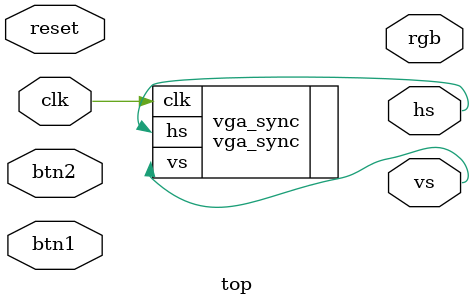
<source format=v>
`timescale 1ns / 1ps

module top(
    input wire clk, reset,
    input wire [1:0] btn1,
    input wire [1:0] btn2,
    output wire hs, vs,
    output wire [2:0] rgb
);

    vga_sync vga_sync(.clk(clk), .hs(hs), .vs(vs));

endmodule

</source>
